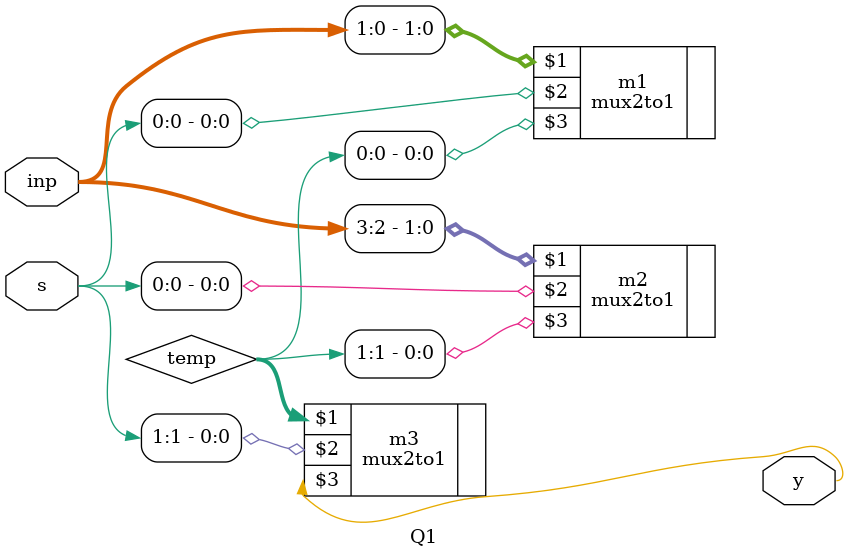
<source format=v>
`include "mux2to1.v"
module Q1(inp, s, y);
input [3:0]inp;
input [1:0]s;
output y;
wire [1:0]temp;
mux2to1 m1(inp[1:0],s[0],temp[0]);
mux2to1 m2(inp[3:2],s[0],temp[1]);
mux2to1 m3(temp[1:0],s[1],y);
endmodule

</source>
